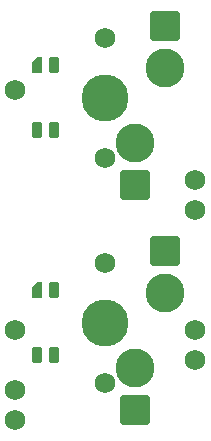
<source format=gbr>
%TF.GenerationSoftware,KiCad,Pcbnew,(6.0.7-1)-1*%
%TF.CreationDate,2022-12-25T16:24:34+07:00*%
%TF.ProjectId,pcb,7063622e-6b69-4636-9164-5f7063625858,rev?*%
%TF.SameCoordinates,Original*%
%TF.FileFunction,Soldermask,Top*%
%TF.FilePolarity,Negative*%
%FSLAX46Y46*%
G04 Gerber Fmt 4.6, Leading zero omitted, Abs format (unit mm)*
G04 Created by KiCad (PCBNEW (6.0.7-1)-1) date 2022-12-25 16:24:34*
%MOMM*%
%LPD*%
G01*
G04 APERTURE LIST*
G04 Aperture macros list*
%AMRoundRect*
0 Rectangle with rounded corners*
0 $1 Rounding radius*
0 $2 $3 $4 $5 $6 $7 $8 $9 X,Y pos of 4 corners*
0 Add a 4 corners polygon primitive as box body*
4,1,4,$2,$3,$4,$5,$6,$7,$8,$9,$2,$3,0*
0 Add four circle primitives for the rounded corners*
1,1,$1+$1,$2,$3*
1,1,$1+$1,$4,$5*
1,1,$1+$1,$6,$7*
1,1,$1+$1,$8,$9*
0 Add four rect primitives between the rounded corners*
20,1,$1+$1,$2,$3,$4,$5,0*
20,1,$1+$1,$4,$5,$6,$7,0*
20,1,$1+$1,$6,$7,$8,$9,0*
20,1,$1+$1,$8,$9,$2,$3,0*%
%AMFreePoly0*
4,1,18,-0.410000,0.265000,0.000000,0.675000,0.328000,0.675000,0.359380,0.668758,0.385983,0.650983,0.403758,0.624380,0.410000,0.593000,0.410000,-0.593000,0.403758,-0.624380,0.385983,-0.650983,0.359380,-0.668758,0.328000,-0.675000,-0.328000,-0.675000,-0.359380,-0.668758,-0.385983,-0.650983,-0.403758,-0.624380,-0.410000,-0.593000,-0.410000,0.265000,-0.410000,0.265000,$1*%
G04 Aperture macros list end*
%ADD10C,1.752600*%
%ADD11C,1.750000*%
%ADD12C,3.987800*%
%ADD13RoundRect,0.250000X-1.000000X1.025000X-1.000000X-1.025000X1.000000X-1.025000X1.000000X1.025000X0*%
%ADD14C,3.300000*%
%ADD15RoundRect,0.082000X-0.328000X-0.593000X0.328000X-0.593000X0.328000X0.593000X-0.328000X0.593000X0*%
%ADD16FreePoly0,0.000000*%
G04 APERTURE END LIST*
D10*
%TO.C,U1*%
X136525000Y-83343750D03*
X136525000Y-80803750D03*
X136525000Y-70643750D03*
X136525000Y-68103750D03*
X121285000Y-60483750D03*
X121285000Y-80803750D03*
X121285000Y-85883750D03*
X121285000Y-88423750D03*
%TD*%
D11*
%TO.C,SW2*%
X128905000Y-75088750D03*
D12*
X128905000Y-80168750D03*
D11*
X128905000Y-85248750D03*
D13*
X131445000Y-87528750D03*
D14*
X131445000Y-83978750D03*
X133985000Y-77628750D03*
D13*
X133985000Y-74078750D03*
%TD*%
D15*
%TO.C,LED1*%
X124575000Y-63843750D03*
X123075000Y-63843750D03*
X124575000Y-58393750D03*
D16*
X123075000Y-58393750D03*
%TD*%
D12*
%TO.C,SW1*%
X128905000Y-61118750D03*
D11*
X128905000Y-56038750D03*
X128905000Y-66198750D03*
D13*
X131445000Y-68478750D03*
D14*
X131445000Y-64928750D03*
D13*
X133985000Y-55028750D03*
D14*
X133985000Y-58578750D03*
%TD*%
D15*
%TO.C,LED2*%
X124575000Y-82893750D03*
X123075000Y-82893750D03*
X124575000Y-77443750D03*
D16*
X123075000Y-77443750D03*
%TD*%
M02*

</source>
